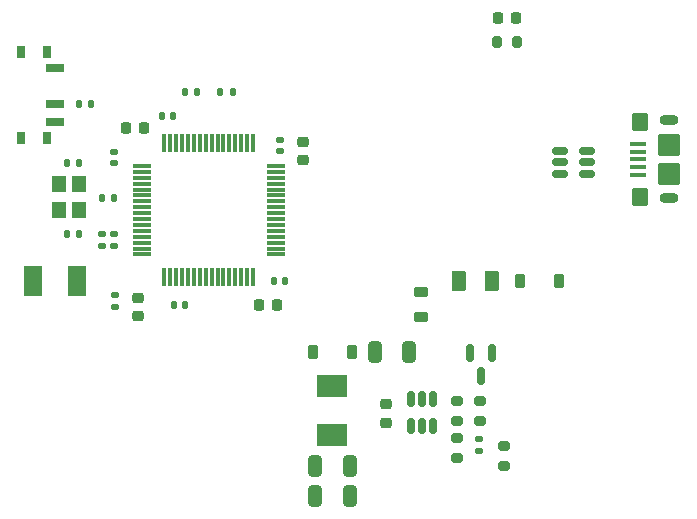
<source format=gbr>
%TF.GenerationSoftware,KiCad,Pcbnew,8.0.3*%
%TF.CreationDate,2024-07-29T11:00:05+05:30*%
%TF.ProjectId,SSTM32_REV2,5353544d-3332-45f5-9245-56322e6b6963,rev?*%
%TF.SameCoordinates,Original*%
%TF.FileFunction,Paste,Top*%
%TF.FilePolarity,Positive*%
%FSLAX46Y46*%
G04 Gerber Fmt 4.6, Leading zero omitted, Abs format (unit mm)*
G04 Created by KiCad (PCBNEW 8.0.3) date 2024-07-29 11:00:05*
%MOMM*%
%LPD*%
G01*
G04 APERTURE LIST*
G04 Aperture macros list*
%AMRoundRect*
0 Rectangle with rounded corners*
0 $1 Rounding radius*
0 $2 $3 $4 $5 $6 $7 $8 $9 X,Y pos of 4 corners*
0 Add a 4 corners polygon primitive as box body*
4,1,4,$2,$3,$4,$5,$6,$7,$8,$9,$2,$3,0*
0 Add four circle primitives for the rounded corners*
1,1,$1+$1,$2,$3*
1,1,$1+$1,$4,$5*
1,1,$1+$1,$6,$7*
1,1,$1+$1,$8,$9*
0 Add four rect primitives between the rounded corners*
20,1,$1+$1,$2,$3,$4,$5,0*
20,1,$1+$1,$4,$5,$6,$7,0*
20,1,$1+$1,$6,$7,$8,$9,0*
20,1,$1+$1,$8,$9,$2,$3,0*%
G04 Aperture macros list end*
%ADD10RoundRect,0.140000X0.170000X-0.140000X0.170000X0.140000X-0.170000X0.140000X-0.170000X-0.140000X0*%
%ADD11RoundRect,0.140000X-0.140000X-0.170000X0.140000X-0.170000X0.140000X0.170000X-0.140000X0.170000X0*%
%ADD12RoundRect,0.225000X0.225000X0.250000X-0.225000X0.250000X-0.225000X-0.250000X0.225000X-0.250000X0*%
%ADD13RoundRect,0.135000X-0.185000X0.135000X-0.185000X-0.135000X0.185000X-0.135000X0.185000X0.135000X0*%
%ADD14R,1.200000X1.400000*%
%ADD15RoundRect,0.218750X-0.381250X0.218750X-0.381250X-0.218750X0.381250X-0.218750X0.381250X0.218750X0*%
%ADD16RoundRect,0.250000X-0.375000X-0.625000X0.375000X-0.625000X0.375000X0.625000X-0.375000X0.625000X0*%
%ADD17R,0.800000X1.000000*%
%ADD18R,1.500000X0.700000*%
%ADD19RoundRect,0.200000X0.275000X-0.200000X0.275000X0.200000X-0.275000X0.200000X-0.275000X-0.200000X0*%
%ADD20RoundRect,0.135000X0.185000X-0.135000X0.185000X0.135000X-0.185000X0.135000X-0.185000X-0.135000X0*%
%ADD21RoundRect,0.218750X0.256250X-0.218750X0.256250X0.218750X-0.256250X0.218750X-0.256250X-0.218750X0*%
%ADD22R,1.500000X2.500000*%
%ADD23RoundRect,0.225000X-0.225000X-0.375000X0.225000X-0.375000X0.225000X0.375000X-0.225000X0.375000X0*%
%ADD24RoundRect,0.150000X0.150000X-0.512500X0.150000X0.512500X-0.150000X0.512500X-0.150000X-0.512500X0*%
%ADD25RoundRect,0.218750X0.218750X0.256250X-0.218750X0.256250X-0.218750X-0.256250X0.218750X-0.256250X0*%
%ADD26RoundRect,0.225000X0.250000X-0.225000X0.250000X0.225000X-0.250000X0.225000X-0.250000X-0.225000X0*%
%ADD27RoundRect,0.250000X-0.325000X-0.650000X0.325000X-0.650000X0.325000X0.650000X-0.325000X0.650000X0*%
%ADD28RoundRect,0.200000X-0.275000X0.200000X-0.275000X-0.200000X0.275000X-0.200000X0.275000X0.200000X0*%
%ADD29RoundRect,0.150000X-0.150000X0.587500X-0.150000X-0.587500X0.150000X-0.587500X0.150000X0.587500X0*%
%ADD30RoundRect,0.075000X-0.700000X-0.075000X0.700000X-0.075000X0.700000X0.075000X-0.700000X0.075000X0*%
%ADD31RoundRect,0.075000X-0.075000X-0.700000X0.075000X-0.700000X0.075000X0.700000X-0.075000X0.700000X0*%
%ADD32RoundRect,0.135000X0.135000X0.185000X-0.135000X0.185000X-0.135000X-0.185000X0.135000X-0.185000X0*%
%ADD33R,2.500000X1.900000*%
%ADD34RoundRect,0.225000X-0.225000X-0.250000X0.225000X-0.250000X0.225000X0.250000X-0.225000X0.250000X0*%
%ADD35RoundRect,0.140000X0.140000X0.170000X-0.140000X0.170000X-0.140000X-0.170000X0.140000X-0.170000X0*%
%ADD36RoundRect,0.100000X0.575000X-0.100000X0.575000X0.100000X-0.575000X0.100000X-0.575000X-0.100000X0*%
%ADD37O,1.600000X0.900000*%
%ADD38RoundRect,0.250000X0.450000X-0.550000X0.450000X0.550000X-0.450000X0.550000X-0.450000X-0.550000X0*%
%ADD39RoundRect,0.250000X0.700000X-0.700000X0.700000X0.700000X-0.700000X0.700000X-0.700000X-0.700000X0*%
%ADD40RoundRect,0.135000X-0.135000X-0.185000X0.135000X-0.185000X0.135000X0.185000X-0.135000X0.185000X0*%
%ADD41RoundRect,0.150000X0.512500X0.150000X-0.512500X0.150000X-0.512500X-0.150000X0.512500X-0.150000X0*%
%ADD42RoundRect,0.200000X0.200000X0.275000X-0.200000X0.275000X-0.200000X-0.275000X0.200000X-0.275000X0*%
G04 APERTURE END LIST*
D10*
%TO.C,C9*%
X151000000Y-103000000D03*
X151000000Y-102040000D03*
%TD*%
D11*
%TO.C,C12*%
X148040000Y-96000000D03*
X149000000Y-96000000D03*
%TD*%
D12*
%TO.C,C3*%
X154550000Y-93000000D03*
X153000000Y-93000000D03*
%TD*%
D13*
%TO.C,R7*%
X182850000Y-119350000D03*
X182850000Y-120370000D03*
%TD*%
D11*
%TO.C,C6*%
X165520000Y-106000000D03*
X166480000Y-106000000D03*
%TD*%
D14*
%TO.C,Y1*%
X147300000Y-97800000D03*
X147300000Y-100000000D03*
X149000000Y-100000000D03*
X149000000Y-97800000D03*
%TD*%
D15*
%TO.C,FB1*%
X178000000Y-106937500D03*
X178000000Y-109062500D03*
%TD*%
D16*
%TO.C,F1*%
X181200000Y-106000000D03*
X184000000Y-106000000D03*
%TD*%
D17*
%TO.C,SW1*%
X146350000Y-86600000D03*
X144140000Y-86600000D03*
X146350000Y-93900000D03*
X144140000Y-93900000D03*
D18*
X147000000Y-88000000D03*
X147000000Y-91000000D03*
X147000000Y-92500000D03*
%TD*%
D19*
%TO.C,R5*%
X183000000Y-117825000D03*
X183000000Y-116175000D03*
%TD*%
D20*
%TO.C,R3*%
X152100000Y-108220000D03*
X152100000Y-107200000D03*
%TD*%
D21*
%TO.C,D1*%
X154000000Y-109000000D03*
X154000000Y-107425000D03*
%TD*%
D22*
%TO.C,L1*%
X145150000Y-106000000D03*
X148850000Y-106000000D03*
%TD*%
D23*
%TO.C,D3*%
X186350000Y-106000000D03*
X189650000Y-106000000D03*
%TD*%
D24*
%TO.C,IC1*%
X177100000Y-118275000D03*
X178050000Y-118275000D03*
X179000000Y-118275000D03*
X179000000Y-116000000D03*
X178050000Y-116000000D03*
X177100000Y-116000000D03*
%TD*%
D25*
%TO.C,D4*%
X186062500Y-83750000D03*
X184487500Y-83750000D03*
%TD*%
D26*
%TO.C,C14*%
X175000000Y-118000000D03*
X175000000Y-116450000D03*
%TD*%
D27*
%TO.C,C15*%
X169025000Y-121700000D03*
X171975000Y-121700000D03*
%TD*%
D10*
%TO.C,C7*%
X166000000Y-95000000D03*
X166000000Y-94040000D03*
%TD*%
D28*
%TO.C,R8*%
X185000000Y-120000000D03*
X185000000Y-121650000D03*
%TD*%
D10*
%TO.C,C10*%
X152000000Y-103000000D03*
X152000000Y-102040000D03*
%TD*%
D29*
%TO.C,Q1*%
X184000000Y-112125000D03*
X182100000Y-112125000D03*
X183050000Y-114000000D03*
%TD*%
D10*
%TO.C,C4*%
X152000000Y-96000000D03*
X152000000Y-95040000D03*
%TD*%
D30*
%TO.C,U1*%
X154325000Y-96250000D03*
X154325000Y-96750000D03*
X154325000Y-97250000D03*
X154325000Y-97750000D03*
X154325000Y-98250000D03*
X154325000Y-98750000D03*
X154325000Y-99250000D03*
X154325000Y-99750000D03*
X154325000Y-100250000D03*
X154325000Y-100750000D03*
X154325000Y-101250000D03*
X154325000Y-101750000D03*
X154325000Y-102250000D03*
X154325000Y-102750000D03*
X154325000Y-103250000D03*
X154325000Y-103750000D03*
D31*
X156250000Y-105675000D03*
X156750000Y-105675000D03*
X157250000Y-105675000D03*
X157750000Y-105675000D03*
X158250000Y-105675000D03*
X158750000Y-105675000D03*
X159250000Y-105675000D03*
X159750000Y-105675000D03*
X160250000Y-105675000D03*
X160750000Y-105675000D03*
X161250000Y-105675000D03*
X161750000Y-105675000D03*
X162250000Y-105675000D03*
X162750000Y-105675000D03*
X163250000Y-105675000D03*
X163750000Y-105675000D03*
D30*
X165675000Y-103750000D03*
X165675000Y-103250000D03*
X165675000Y-102750000D03*
X165675000Y-102250000D03*
X165675000Y-101750000D03*
X165675000Y-101250000D03*
X165675000Y-100750000D03*
X165675000Y-100250000D03*
X165675000Y-99750000D03*
X165675000Y-99250000D03*
X165675000Y-98750000D03*
X165675000Y-98250000D03*
X165675000Y-97750000D03*
X165675000Y-97250000D03*
X165675000Y-96750000D03*
X165675000Y-96250000D03*
D31*
X163750000Y-94325000D03*
X163250000Y-94325000D03*
X162750000Y-94325000D03*
X162250000Y-94325000D03*
X161750000Y-94325000D03*
X161250000Y-94325000D03*
X160750000Y-94325000D03*
X160250000Y-94325000D03*
X159750000Y-94325000D03*
X159250000Y-94325000D03*
X158750000Y-94325000D03*
X158250000Y-94325000D03*
X157750000Y-94325000D03*
X157250000Y-94325000D03*
X156750000Y-94325000D03*
X156250000Y-94325000D03*
%TD*%
D28*
%TO.C,R4*%
X181000000Y-116175000D03*
X181000000Y-117825000D03*
%TD*%
D32*
%TO.C,R2*%
X152020000Y-99000000D03*
X151000000Y-99000000D03*
%TD*%
D33*
%TO.C,L2*%
X170475000Y-114900000D03*
X170475000Y-119000000D03*
%TD*%
D34*
%TO.C,C2*%
X164225000Y-108000000D03*
X165775000Y-108000000D03*
%TD*%
D35*
%TO.C,C5*%
X158000000Y-108000000D03*
X157040000Y-108000000D03*
%TD*%
D36*
%TO.C,J5*%
X196325000Y-97000000D03*
X196325000Y-96350000D03*
X196325000Y-95700000D03*
X196325000Y-95050000D03*
X196325000Y-94400000D03*
D37*
X199000000Y-99000000D03*
D38*
X196550000Y-98900000D03*
D39*
X199000000Y-96900000D03*
X199000000Y-94500000D03*
D38*
X196550000Y-92500000D03*
D37*
X199000000Y-92400000D03*
%TD*%
D32*
%TO.C,R9*%
X162020000Y-90000000D03*
X161000000Y-90000000D03*
%TD*%
D40*
%TO.C,R1*%
X149000000Y-91000000D03*
X150020000Y-91000000D03*
%TD*%
D19*
%TO.C,R6*%
X181000000Y-120950000D03*
X181000000Y-119300000D03*
%TD*%
D41*
%TO.C,U3*%
X192000000Y-96900000D03*
X192000000Y-95950000D03*
X192000000Y-95000000D03*
X189725000Y-95000000D03*
X189725000Y-95950000D03*
X189725000Y-96900000D03*
%TD*%
D26*
%TO.C,C1*%
X168000000Y-95775000D03*
X168000000Y-94225000D03*
%TD*%
D11*
%TO.C,C8*%
X156040000Y-92000000D03*
X157000000Y-92000000D03*
%TD*%
D40*
%TO.C,R10*%
X158000000Y-90000000D03*
X159020000Y-90000000D03*
%TD*%
D27*
%TO.C,C16*%
X169025000Y-124200000D03*
X171975000Y-124200000D03*
%TD*%
D35*
%TO.C,C11*%
X149000000Y-102000000D03*
X148040000Y-102000000D03*
%TD*%
D23*
%TO.C,D2*%
X168825000Y-112000000D03*
X172125000Y-112000000D03*
%TD*%
D27*
%TO.C,C13*%
X174050000Y-112000000D03*
X177000000Y-112000000D03*
%TD*%
D42*
%TO.C,R11*%
X186100000Y-85750000D03*
X184450000Y-85750000D03*
%TD*%
M02*

</source>
